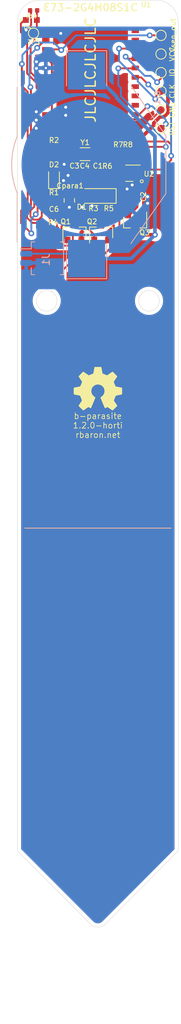
<source format=kicad_pcb>
(kicad_pcb (version 20211014) (generator pcbnew)
  (title_block (title "b-parasite") (date "2021-09-12") (rev "1.2.0") (company "rbaron.net"))
  (layers (0 "F.Cu" signal) (31 "B.Cu" signal) (34 "B.Paste" user) (35 "F.Paste" user) (36 "B.SilkS" user "B.Silkscreen") (37 "F.SilkS" user "F.Silkscreen") (38 "B.Mask" user) (39 "F.Mask" user) (44 "Edge.Cuts" user))
  (net 0 "")
  (net 1 "GND")
  (net 2 "/Csen+")
  (net 3 "/PWM")
  (net 4 "Net-(C6-Pad1)")
  (net 5 "Net-(Q2-Pad3)")
  (net 6 "Net-(Q1-Pad3)")
  (net 7 "Net-(BT1-Pad1)")
  (net 8 "/SENS_OUT")
  (net 9 "Net-(D2-Pad2)")
  (net 10 "+3V0")
  (net 11 "/LED")
  (net 12 "/FAST_DISCH_EN")
  (net 13 "Net-(TP1-Pad1)")
  (net 14 "Net-(TP2-Pad1)")
  (net 15 "Net-(TP5-Pad1)")
  (net 23 "/SCL")
  (net 24 "/SDA")
  (net 25 "Net-(C3-Pad1)")
  (net 26 "Net-(C4-Pad2)")
  (net 31 "/PHOTO_OUT")
  (net 32 "/PHOTO_V")
  (footprint "Capacitor_SMD:C_0402_1005Metric" (layer "F.Cu") (at 68 50.915 90)
    (fp_text reference "C1" (at 1.315 0 180) (layer "F.SilkS") (effects (font (size 0.7 0.7) (thickness 0.12))))
    (fp_text value "1n")
    (pad "1" smd roundrect locked (at -0.485 0 90) (size 0.59 0.64) (layers "F.Cu" "F.Paste" "F.Mask") (net 8 "/SENS_OUT"))
    (pad "2" smd roundrect locked (at 0.485 0 90) (size 0.59 0.64) (layers "F.Cu" "F.Paste" "F.Mask") (net 1 "GND"))
  )
  (footprint "Capacitor_SMD:C_0402_1005Metric" (layer "F.Cu") (at 61.915 56.4 180)
    (fp_text reference "C6" (at -0.085 0.9) (layer "F.SilkS") (effects (font (size 0.7 0.7) (thickness 0.12))))
    (fp_text value "100p")
    (pad "1" smd roundrect locked (at -0.485 0 180) (size 0.59 0.64) (layers "F.Cu" "F.Paste" "F.Mask") (net 4 "Net-(C6-Pad1)"))
    (pad "2" smd roundrect locked (at 0.485 0 180) (size 0.59 0.64) (layers "F.Cu" "F.Paste" "F.Mask") (net 3 "/PWM"))
  )
  (footprint "Resistor_SMD:R_0402_1005Metric" (layer "F.Cu") (at 69.3 50.915 90)
    (fp_text reference "R6" (at 1.285 0 180) (layer "F.SilkS") (effects (font (size 0.7 0.7) (thickness 0.12))))
    (fp_text value "1M")
    (pad "1" smd roundrect locked (at -0.485 0 90) (size 0.59 0.64) (layers "F.Cu" "F.Paste" "F.Mask") (net 8 "/SENS_OUT"))
    (pad "2" smd roundrect locked (at 0.485 0 90) (size 0.59 0.64) (layers "F.Cu" "F.Paste" "F.Mask") (net 1 "GND"))
  )
  (footprint "Resistor_SMD:R_0402_1005Metric" (layer "F.Cu") (at 69.385 56.3)
    (fp_text reference "R5" (at 0.115 -0.9) (layer "F.SilkS") (effects (font (size 0.7 0.7) (thickness 0.12))))
    (fp_text value "1k")
    (pad "1" smd roundrect locked (at -0.485 0) (size 0.59 0.64) (layers "F.Cu" "F.Paste" "F.Mask") (net 2 "/Csen+"))
    (pad "2" smd roundrect locked (at 0.485 0) (size 0.59 0.64) (layers "F.Cu" "F.Paste" "F.Mask") (net 5 "Net-(Q2-Pad3)"))
  )
  (footprint "Resistor_SMD:R_0402_1005Metric" (layer "F.Cu") (at 61.915 58.2 180)
    (fp_text reference "R4" (at 0.015 0.9) (layer "F.SilkS") (effects (font (size 0.7 0.7) (thickness 0.12))))
    (fp_text value "10k")
    (pad "1" smd roundrect locked (at -0.485 0 180) (size 0.59 0.64) (layers "F.Cu" "F.Paste" "F.Mask") (net 4 "Net-(C6-Pad1)"))
    (pad "2" smd roundrect locked (at 0.485 0 180) (size 0.59 0.64) (layers "F.Cu" "F.Paste" "F.Mask") (net 3 "/PWM"))
  )
  (footprint "Package_TO_SOT_SMD:SOT-23" (layer "F.Cu") (at 64.8 58.7 90)
    (fp_text reference "Q1" (at 1.5 -1.2 180) (layer "F.SilkS") (effects (font (size 0.7 0.7) (thickness 0.12))))
    (fp_text value "MMBT3904")
    (pad "1" smd rect locked (at -1 -0.95 90) (size 0.9 0.8) (layers "F.Cu" "F.Paste" "F.Mask") (net 4 "Net-(C6-Pad1)"))
    (pad "2" smd rect locked (at -1 0.95 90) (size 0.9 0.8) (layers "F.Cu" "F.Paste" "F.Mask") (net 1 "GND"))
    (pad "3" smd rect locked (at 1 0 90) (size 0.9 0.8) (layers "F.Cu" "F.Paste" "F.Mask") (net 6 "Net-(Q1-Pad3)"))
  )
  (footprint "Resistor_SMD:R_0402_1005Metric" (layer "F.Cu") (at 67.3 56.3)
    (fp_text reference "R3" (at 0.1 -0.9 180) (layer "F.SilkS") (effects (font (size 0.7 0.7) (thickness 0.12))))
    (fp_text value "1k")
    (pad "1" smd roundrect locked (at -0.485 0) (size 0.59 0.64) (layers "F.Cu" "F.Paste" "F.Mask") (net 12 "/FAST_DISCH_EN"))
    (pad "2" smd roundrect locked (at 0.485 0) (size 0.59 0.64) (layers "F.Cu" "F.Paste" "F.Mask") (net 6 "Net-(Q1-Pad3)"))
  )
  (footprint "Resistor_SMD:R_0402_1005Metric" (layer "F.Cu") (at 62 54.4)
    (fp_text reference "R1" (at 0 -1.17) (layer "F.SilkS") (effects (font (size 0.7 0.7) (thickness 0.12))))
    (fp_text value "10k")
    (pad "1" smd roundrect locked (at -0.485 0) (size 0.59 0.64) (layers "F.Cu" "F.Paste" "F.Mask") (net 3 "/PWM"))
    (pad "2" smd roundrect locked (at 0.485 0) (size 0.59 0.64) (layers "F.Cu" "F.Paste" "F.Mask") (net 2 "/Csen+"))
  )
  (footprint "TestPoint:TestPoint_Pad_D1.0mm" (layer "F.Cu") (at 76.64 36.88 90)
    (fp_text reference "TP1" hide)
    (fp_text value "IO" (at 0 1.55 90) (layer "F.SilkS") (effects (font (size 0.7 0.7) (thickness 0.12))))
    (pad "1" smd circle locked (at 0 0 90) (size 1 1) (layers "F.Cu" "F.Mask") (net 13 "Net-(TP1-Pad1)"))
  )
  (footprint "TestPoint:TestPoint_Pad_D1.0mm" (layer "F.Cu") (at 76.64 39.42 90)
    (fp_text reference "TP2" hide)
    (fp_text value "CLK" (at 0 1.55 90) (layer "F.SilkS") (effects (font (size 0.7 0.7) (thickness 0.12))))
    (pad "1" smd circle locked (at 0 0 90) (size 1 1) (layers "F.Cu" "F.Mask") (net 14 "Net-(TP2-Pad1)"))
  )
  (footprint "TestPoint:TestPoint_Pad_D1.0mm" (layer "F.Cu") (at 76.64 44.5 90)
    (fp_text reference "TP5" hide)
    (fp_text value "RST" (at 0 1.55 90) (layer "F.SilkS") (effects (font (size 0.7 0.7) (thickness 0.12))))
    (pad "1" smd circle locked (at 0 0 90) (size 1 1) (layers "F.Cu" "F.Mask") (net 15 "Net-(TP5-Pad1)"))
  )
  (footprint "TestPoint:TestPoint_Pad_D1.0mm" (layer "F.Cu") (at 76.64 41.96 90)
    (fp_text reference "TP6" hide)
    (fp_text value "GND" (at 0 1.55 90) (layer "F.SilkS") (effects (font (size 0.7 0.7) (thickness 0.12))))
    (pad "1" smd circle locked (at 0 0 90) (size 1 1) (layers "F.Cu" "F.Mask") (net 1 "GND"))
  )
  (footprint "TestPoint:TestPoint_Pad_D1.0mm" (layer "F.Cu") (at 76.64 34.34 90)
    (fp_text reference "TP7" hide)
    (fp_text value "VCC" (at 0 1.55 90) (layer "F.SilkS") (effects (font (size 0.7 0.7) (thickness 0.12))))
    (pad "1" smd circle locked (at 0 0 90) (size 1 1) (layers "F.Cu" "F.Mask") (net 10 "+3V0"))
  )
  (footprint "Resistor_SMD:R_0402_1005Metric" (layer "F.Cu") (at 62 47.485 -90)
    (fp_text reference "R2" (at -1.385 0 180) (layer "F.SilkS") (effects (font (size 0.7 0.7) (thickness 0.12))))
    (fp_text value "1k")
    (pad "1" smd roundrect locked (at -0.485 0 270) (size 0.59 0.64) (layers "F.Cu" "F.Paste" "F.Mask") (net 11 "/LED"))
    (pad "2" smd roundrect locked (at 0.485 0 270) (size 0.59 0.64) (layers "F.Cu" "F.Paste" "F.Mask") (net 9 "Net-(D2-Pad2)"))
  )
  (footprint "Capacitor_SMD:C_0402_1005Metric" (layer "F.Cu") (at 72.815 53.8 180)
    (fp_text reference "C2" (at -1.415 0 90) (layer "F.SilkS") (effects (font (size 0.7 0.7) (thickness 0.12))))
    (fp_text value "100n")
    (pad "1" smd roundrect locked (at -0.485 0 180) (size 0.59 0.64) (layers "F.Cu" "F.Paste" "F.Mask") (net 10 "+3V0"))
    (pad "2" smd roundrect locked (at 0.485 0 180) (size 0.59 0.64) (layers "F.Cu" "F.Paste" "F.Mask") (net 1 "GND"))
  )
  (footprint "Package_TO_SOT_SMD:SOT-23" (layer "F.Cu") (at 73.1 57.3 -90)
    (fp_text reference "Q3" (at 1.4 -1.3 180) (layer "F.SilkS") (effects (font (size 0.7 0.7) (thickness 0.12))))
    (fp_text value "AO3407")
    (pad "1" smd rect locked (at -1 -0.95 270) (size 0.9 0.8) (layers "F.Cu" "F.Paste" "F.Mask") (net 1 "GND"))
    (pad "2" smd rect locked (at -1 0.95 270) (size 0.9 0.8) (layers "F.Cu" "F.Paste" "F.Mask") (net 10 "+3V0"))
    (pad "3" smd rect locked (at 1 0 270) (size 0.9 0.8) (layers "F.Cu" "F.Paste" "F.Mask") (net 7 "Net-(BT1-Pad1)"))
  )
  (footprint "Crystal:Crystal_SMD_3215-2Pin_3.2x1.5mm" (layer "F.Cu") (at 66.25 48 180)
    (fp_text reference "Y1" (at 0 1.6) (layer "F.SilkS") (effects (font (size 0.7 0.7) (thickness 0.12))))
    (fp_text value "32.768kHz")
    (pad "1" smd rect locked (at 1.25 0 180) (size 1 1.8) (layers "F.Cu" "F.Paste" "F.Mask") (net 25 "Net-(C3-Pad1)"))
    (pad "2" smd rect locked (at -1.25 0 180) (size 1 1.8) (layers "F.Cu" "F.Paste" "F.Mask") (net 26 "Net-(C4-Pad2)"))
  )
  (footprint "LED_SMD:LED_0603_1608Metric" (layer "F.Cu") (at 62 51.2125 90)
    (fp_text reference "D2" (at 1.7875 0 180) (layer "F.SilkS") (effects (font (size 0.7 0.7) (thickness 0.12))))
    (fp_text value "LED")
    (pad "1" smd roundrect locked (at -0.7875 0 90) (size 0.875 0.95) (layers "F.Cu" "F.Paste" "F.Mask") (net 1 "GND"))
    (pad "2" smd roundrect locked (at 0.7875 0 90) (size 0.875 0.95) (layers "F.Cu" "F.Paste" "F.Mask") (net 9 "Net-(D2-Pad2)"))
  )
  (footprint "Capacitor_SMD:C_0402_1005Metric" (layer "F.Cu") (at 66.2 50.915 90)
    (fp_text reference "C4" (at 1.315 0) (layer "F.SilkS") (effects (font (size 0.7 0.7) (thickness 0.12))))
    (fp_text value "12p")
    (pad "1" smd roundrect locked (at -0.485 0 90) (size 0.59 0.64) (layers "F.Cu" "F.Paste" "F.Mask") (net 1 "GND"))
    (pad "2" smd roundrect locked (at 0.485 0 90) (size 0.59 0.64) (layers "F.Cu" "F.Paste" "F.Mask") (net 26 "Net-(C4-Pad2)"))
  )
  (footprint "Capacitor_SMD:C_0402_1005Metric" (layer "F.Cu") (at 64.8 50.915 -90)
    (fp_text reference "C3" (at -1.315 0) (layer "F.SilkS") (effects (font (size 0.7 0.7) (thickness 0.12))))
    (fp_text value "12p")
    (pad "1" smd roundrect locked (at -0.485 0 270) (size 0.59 0.64) (layers "F.Cu" "F.Paste" "F.Mask") (net 25 "Net-(C3-Pad1)"))
    (pad "2" smd roundrect locked (at 0.485 0 270) (size 0.59 0.64) (layers "F.Cu" "F.Paste" "F.Mask") (net 1 "GND"))
  )
  (footprint "Capacitor_SMD:C_0805_2012Metric" (layer "F.Cu") (at 64.1 54.3 90)
    (fp_text reference "Cpara1" (at 2 0.1 180) (layer "F.SilkS") (effects (font (size 0.7 0.7) (thickness 0.12))))
    (fp_text value "5p")
    (pad "1" smd roundrect locked (at -0.9375 0 90) (size 0.975 1.4) (layers "F.Cu" "F.Paste" "F.Mask") (net 1 "GND"))
    (pad "2" smd roundrect locked (at 0.9375 0 90) (size 0.975 1.4) (layers "F.Cu" "F.Paste" "F.Mask") (net 2 "/Csen+"))
  )
  (footprint "Resistor_SMD:R_0402_1005Metric" (layer "F.Cu") (at 70.7 48.085 90)
    (fp_text reference "R7" (at 1.385 0.1 180) (layer "F.SilkS") (effects (font (size 0.7 0.7) (thickness 0.12))))
    (fp_text value "10k")
    (pad "1" smd roundrect locked (at -0.485 0 90) (size 0.59 0.64) (layers "F.Cu" "F.Paste" "F.Mask") (net 24 "/SDA"))
    (pad "2" smd roundrect locked (at 0.485 0 90) (size 0.59 0.64) (layers "F.Cu" "F.Paste" "F.Mask") (net 10 "+3V0"))
  )
  (footprint "Resistor_SMD:R_0402_1005Metric" (layer "F.Cu") (at 72.1 48.085 -90)
    (fp_text reference "R8" (at -1.385 0 180) (layer "F.SilkS") (effects (font (size 0.7 0.7) (thickness 0.12))))
    (fp_text value "10k")
    (pad "1" smd roundrect locked (at -0.485 0 270) (size 0.59 0.64) (layers "F.Cu" "F.Paste" "F.Mask") (net 10 "+3V0"))
    (pad "2" smd roundrect locked (at 0.485 0 270) (size 0.59 0.64) (layers "F.Cu" "F.Paste" "F.Mask") (net 23 "/SCL"))
  )
  (footprint "Package_TO_SOT_SMD:SOT-23" (layer "F.Cu") (at 68.45 58.7 90)
    (fp_text reference "Q2" (at 1.5 -1.25 180) (layer "F.SilkS") (effects (font (size 0.7 0.7) (thickness 0.12))))
    (fp_text value "MMBT3904")
    (pad "1" smd rect locked (at -1 -0.95 90) (size 0.9 0.8) (layers "F.Cu" "F.Paste" "F.Mask") (net 6 "Net-(Q1-Pad3)"))
    (pad "2" smd rect locked (at -1 0.95 90) (size 0.9 0.8) (layers "F.Cu" "F.Paste" "F.Mask") (net 1 "GND"))
    (pad "3" smd rect locked (at 1 0 90) (size 0.9 0.8) (layers "F.Cu" "F.Paste" "F.Mask") (net 5 "Net-(Q2-Pad3)"))
  )
  (footprint "kicad:Sensirion_DFN-4-1EP_2x2mm_P1mm_EP0.7x1.6mm" (layer "F.Cu") (at 72.8 50.6 180)
    (fp_text reference "U2" (at -2.2 -0.1) (layer "F.SilkS") (effects (font (size 0.7 0.7) (thickness 0.12))))
    (fp_text value "SHTC3")
    (pad "1" smd roundrect locked (at -0.925 -0.5 180) (size 0.55 0.35) (layers "F.Cu" "F.Mask") (net 10 "+3V0"))
    (pad "2" smd roundrect locked (at -0.925 0.5 180) (size 0.55 0.35) (layers "F.Cu" "F.Mask") (net 23 "/SCL"))
    (pad "3" smd roundrect locked (at 0.925 0.5 180) (size 0.55 0.35) (layers "F.Cu" "F.Mask") (net 24 "/SDA"))
    (pad "4" smd roundrect locked (at 0.925 -0.5 180) (size 0.55 0.35) (layers "F.Cu" "F.Mask") (net 1 "GND"))
    (pad "5" smd roundrect locked (at 0 0 180) (size 0.7 1.6) (layers "F.Cu" "F.Mask"))
  )
  (footprint "Diode_SMD:D_MiniMELF" (layer "F.Cu") (at 67.95 53.7 180)
    (fp_text reference "D1" (at 2.15 -1.5 180) (layer "F.SilkS") (effects (font (size 0.7 0.7) (thickness 0.12))))
    (fp_text value "LL4148")
    (pad "1" smd rect locked (at -1.75 0 180) (size 1.3 1.7) (layers "F.Cu" "F.Paste" "F.Mask") (net 8 "/SENS_OUT"))
    (pad "2" smd rect locked (at 1.75 0 180) (size 1.3 1.7) (layers "F.Cu" "F.Paste" "F.Mask") (net 2 "/Csen+"))
  )
  (footprint "Symbol:OSHW-Symbol_6.7x6mm_SilkScreen" (layer "F.Cu") (at 68 80)
    (fp_text reference "REF**" hide)
    (fp_text value "OSHW-Symbol_6.7x6mm_SilkScreen" hide)
  )
  (footprint "TestPoint:TestPoint_Pad_D1.0mm" (layer "F.Cu") (at 76.64 31.8 90)
    (fp_text reference "TP4" hide)
    (fp_text value "Vsen_out" (at 0 1.66 90) (layer "F.SilkS") (effects (font (size 0.7 0.7) (thickness 0.12))))
    (pad "1" smd circle locked (at 0 0 90) (size 1 1) (layers "F.Cu" "F.Mask") (net 8 "/SENS_OUT"))
  )
  (footprint "nrfmicro:E73-2G4M08S1C-52840" (layer "F.Cu") (at 67 45.2 90)
    (fp_text reference "U1" (at 17.6 7.6) (layer "F.SilkS") (effects (font (size 0.7 0.7) (thickness 0.12))))
    (fp_text value "E73-2G4M08S1C-52840")
    (fp_text user "E73-2G4M08S1C" (at 17.2 0 180) (layer "F.SilkS"))
    (pad "1" smd rect locked (at 14.03 -6.119 90) (size 0.65 1) (layers "F.Cu" "F.Paste" "F.Mask"))
    (pad "2" smd rect locked (at 12.76 -6.119 90) (size 0.65 1) (layers "F.Cu" "F.Paste" "F.Mask") (net 12 "/FAST_DISCH_EN"))
    (pad "3" smd rect locked (at 11.49 -6.119 90) (size 0.65 1) (layers "F.Cu" "F.Paste" "F.Mask") (net 8 "/SENS_OUT"))
    (pad "4" smd rect locked (at 10.22 -6.119 90) (size 0.65 1) (layers "F.Cu" "F.Paste" "F.Mask") (net 11 "/LED"))
    (pad "5" thru_hole rect locked (at 8.95 -6.119 90) (size 0.65 1) (drill 0.3) (layers *.Cu *.Mask) (net 1 "GND"))
    (pad "6" smd rect locked (at 7.68 -6.119 90) (size 0.65 1) (layers "F.Cu" "F.Paste" "F.Mask"))
    (pad "7" smd rect locked (at 6.41 -6.119 90) (size 0.65 1) (layers "F.Cu" "F.Paste" "F.Mask") (net 31 "/PHOTO_OUT"))
    (pad "8" smd rect locked (at 5.14 -6.119 90) (size 0.65 1) (layers "F.Cu" "F.Paste" "F.Mask") (net 32 "/PHOTO_V"))
    (pad "9" smd rect locked (at 3.87 -6.119 90) (size 0.65 1) (layers "F.Cu" "F.Paste" "F.Mask"))
    (pad "10" smd rect locked (at 2.6 -6.119 90) (size 0.65 1) (layers "F.Cu" "F.Paste" "F.Mask"))
    (pad "11" smd rect locked (at 0.381 -4.47 180) (size 0.65 1) (layers "F.Cu" "F.Paste" "F.Mask") (net 25 "Net-(C3-Pad1)"))
    (pad "13" smd rect locked (at 0.381 -3.2 180) (size 0.65 1) (layers "F.Cu" "F.Paste" "F.Mask") (net 26 "Net-(C4-Pad2)"))
    (pad "15" smd rect locked (at 0.381 -1.93 180) (size 0.65 1) (layers "F.Cu" "F.Paste" "F.Mask") (net 3 "/PWM"))
    (pad "17" smd rect locked (at 0.381 -0.66 180) (size 0.65 1) (layers "F.Cu" "F.Paste" "F.Mask"))
    (pad "19" smd rect locked (at 0.381 0.61 180) (size 0.65 1) (layers "F.Cu" "F.Paste" "F.Mask") (net 10 "+3V0"))
    (pad "21" smd rect locked (at 0.381 1.88 180) (size 0.65 1) (layers "F.Cu" "F.Paste" "F.Mask") (net 1 "GND"))
    (pad "23" smd rect locked (at 0.381 3.15 180) (size 0.65 1) (layers "F.Cu" "F.Paste" "F.Mask") (net 10 "+3V0"))
    (pad "25" smd rect locked (at 0.381 4.42 180) (size 0.65 1) (layers "F.Cu" "F.Paste" "F.Mask"))
    (pad "26" smd rect locked (at 2.6 6.119 90) (size 0.65 1) (layers "F.Cu" "F.Paste" "F.Mask") (net 15 "Net-(TP5-Pad1)"))
    (pad "27" smd rect locked (at 3.87 6.119 90) (size 0.65 1) (layers "F.Cu" "F.Paste" "F.Mask"))
    (pad "29" smd rect locked (at 5.14 6.119 90) (size 0.65 1) (layers "F.Cu" "F.Paste" "F.Mask"))
    (pad "31" smd rect locked (at 6.41 6.119 90) (size 0.65 1) (layers "F.Cu" "F.Paste" "F.Mask"))
    (pad "33" smd rect locked (at 7.68 6.119 90) (size 0.65 1) (layers "F.Cu" "F.Paste" "F.Mask") (net 23 "/SCL"))
    (pad "35" smd rect locked (at 8.95 6.119 90) (size 0.65 1) (layers "F.Cu" "F.Paste" "F.Mask") (net 24 "/SDA"))
    (pad "37" smd rect locked (at 10.22 6.119 90) (size 0.65 1) (layers "F.Cu" "F.Paste" "F.Mask") (net 13 "Net-(TP1-Pad1)"))
    (pad "39" smd rect locked (at 11.49 6.119 90) (size 0.65 1) (layers "F.Cu" "F.Paste" "F.Mask") (net 14 "Net-(TP2-Pad1)"))
    (pad "41" smd rect locked (at 12.76 6.119 90) (size 0.65 1) (layers "F.Cu" "F.Paste" "F.Mask"))
    (pad "43" smd rect locked (at 14.03 6.119 90) (size 0.65 1) (layers "F.Cu" "F.Paste" "F.Mask"))
  )
  (footprint "TestPoint:TestPoint_Pad_D1.0mm" (layer "F.Cu") (at 59.2 31.5)
    (fp_text reference "TP3" (at 0.021 1.2268) (layer "F.SilkS") (effects (font (size 0.6 0.6) (thickness 0.1))))
    (fp_text value "PHOTO_OUT")
    (pad "1" smd circle locked (at 0 0) (size 1 1) (layers "F.Cu" "F.Mask") (net 31 "/PHOTO_OUT"))
  )
  (footprint "Resistor_SMD:R_0402_1005Metric" (layer "F.Cu") (at 59.215 28.4)
    (fp_text reference "R10" (at -0.285 0.8) (layer "F.SilkS") (effects (font (size 0.5 0.5) (thickness 0.1))))
    (fp_text value "470")
    (pad "1" smd roundrect locked (at -0.485 0) (size 0.59 0.64) (layers "F.Cu" "F.Paste" "F.Mask") (net 1 "GND"))
    (pad "2" smd roundrect locked (at 0.485 0) (size 0.59 0.64) (layers "F.Cu" "F.Paste" "F.Mask") (net 31 "/PHOTO_OUT"))
  )
  (footprint "snapeda:TR8" (layer "F.Cu") (at 58.9 29.7)
    (fp_text reference "Q4" (at -0.5172 1.071) (layer "F.SilkS") (effects (font (size 0.5 0.5) (thickness 0.1))))
    (fp_text value "Q_Photo_NPN")
    (pad "1" smd rect (at -0.75 0) (size 0.8 0.8) (layers "F.Cu" "F.Paste" "F.Mask") (net 32 "/PHOTO_V"))
    (pad "2" smd rect (at 0.75 0) (size 0.8 0.8) (layers "F.Cu" "F.Paste" "F.Mask") (net 31 "/PHOTO_OUT"))
  )
  (footprint "kicad:BatteryHolder_Keystone_3002_1x2032" (layer "B.Cu") (at 66.46 49.44 -90)
    (fp_text reference "BT1" (at -9.15 -9.7 90) (layer "B.SilkS") (effects (font (size 0.7 0.7) (thickness 0.12)) (justify mirror)))
    (fp_text value "Battery_Cell")
    (pad "1" smd rect locked (at -12.8 0 270) (size 5.1 5.1) (layers "B.Cu" "B.Paste" "B.Mask") (net 7 "Net-(BT1-Pad1)"))
    (pad "1" smd rect locked (at 12.8 0 270) (size 5.1 5.1) (layers "B.Cu" "B.Paste" "B.Mask") (net 7 "Net-(BT1-Pad1)"))
    (pad "2" smd circle locked (at 0 0 270) (size 17.8 17.8) (layers "B.Cu" "B.Mask") (net 1 "GND"))
  )
  (footprint "Connector_Molex:Molex_PicoBlade_53261-0271_1x02-1MP_P1.25mm_Horizontal" (layer "B.Cu") (at 60.6 62.2 -90)
    (fp_text reference "J1" (at 0.2 -0.3 90) (layer "B.SilkS") (effects (justify mirror)))
    (fp_text value "Conn_01x02_Male")
    (pad "1" smd roundrect (at -0.625 2.4 270) (size 0.8 1.6) (layers "B.Cu" "B.Paste" "B.Mask") (net 7 "Net-(BT1-Pad1)"))
    (pad "2" smd roundrect (at 0.625 2.4 270) (size 0.8 1.6) (layers "B.Cu" "B.Paste" "B.Mask") (net 1 "GND"))
    (pad "MP" smd roundrect (at -3.175 -0.5 270) (size 2.1 3) (layers "B.Cu" "B.Paste" "B.Mask") (roundrect_rratio 0.119048) (net 1 "GND"))
    (pad "MP" smd roundrect (at 3.175 -0.5 270) (size 2.1 3) (layers "B.Cu" "B.Paste" "B.Mask") (roundrect_rratio 0.119048) (net 1 "GND"))
  )
  (gr_line (start 58 99) (end 78 99) (layer "B.SilkS") (width 0.12))
  (gr_line (start 58 99) (end 78 99) (layer "F.SilkS") (width 0.12))
  (gr_circle (center 74 51.7) (end 74.2 51.7) (layer "F.SilkS") (width 0.12) (fill none))
  (gr_line (start 60 27) (end 76 27) (layer "Edge.Cuts") (width 0.05))
  (gr_arc (start 68.999999 152.999999) (mid 68 153.414212) (end 67.000001 152.999999) (layer "Edge.Cuts") (width 0.05))
  (gr_line (start 67.000001 152.999999) (end 57 143) (layer "Edge.Cuts") (width 0.05))
  (gr_line (start 68.999999 152.999999) (end 79 143) (layer "Edge.Cuts") (width 0.05))
  (gr_line (start 57 30) (end 57 143) (layer "Edge.Cuts") (width 0.05))
  (gr_line (start 79 143) (end 79 30) (layer "Edge.Cuts") (width 0.05))
  (gr_circle (center 75 68) (end 76 69) (layer "Edge.Cuts") (width 0.05) (fill none))
  (gr_arc (start 57 30) (mid 57.87868 27.87868) (end 60 27) (layer "Edge.Cuts") (width 0.05))
  (gr_circle (center 61 68) (end 62 67) (layer "Edge.Cuts") (width 0.05) (fill none))
  (gr_arc (start 76 27) (mid 78.12132 27.87868) (end 79 30) (layer "Edge.Cuts") (width 0.05))
  (gr_text "b-parasite\n1.2.0-horti\nrbaron.net" (at 68 85) (layer "F.SilkS") (effects (font (size 0.8 0.8) (thickness 0.1))))
  (gr_text "JLCJLCJLCJLC" (at 67 36.5 90) (layer "F.SilkS") (effects (font (size 1.4 1.4) (thickness 0.2))))
  (segment (start 65.8625 55.2375) (end 66.999485 55.2375) (width 0.25) (layer "F.Cu") (net 1))
  (segment (start 62.9 52) (end 63.3 51.6) (width 0.25) (layer "F.Cu") (net 1))
  (segment (start 64.4245 51.4) (end 63.924549 50.900049) (width 0.25) (layer "F.Cu") (net 1))
  (segment (start 62.925065 31.446536) (end 62.925065 31.530239) (width 0.25) (layer "F.Cu") (net 1))
  (segment (start 66.525 60.475) (end 65.75 59.7) (width 0.25) (layer "F.Cu") (net 1))
  (segment (start 66.999485 55.2375) (end 67.198744 55.038241) (width 0.25) (layer "F.Cu") (net 1))
  (segment (start 66.2 51.4) (end 66.534168 51.065832) (width 0.25) (layer "F.Cu") (net 1))
  (segment (start 67.58 50.43) (end 68 50.43) (width 0.25) (layer "F.Cu") (net 1))
  (segment (start 69.4 59.7) (end 68.625 60.475) (width 0.25) (layer "F.Cu") (net 1))
  (segment (start 76.64 41.96) (end 75.35 43.25) (width 0.25) (layer "F.Cu") (net 1))
  (segment (start 64.8 51.4) (end 64.4245 51.4) (width 0.25) (layer "F.Cu") (net 1))
  (segment (start 64.1 55.2375) (end 65.8625 55.2375) (width 0.25) (layer "F.Cu") (net 1))
  (segment (start 58.73 28.4) (end 58.875 28.545) (width 0.25) (layer "F.Cu") (net 1))
  (segment (start 66.534168 51.065832) (end 66.944168 51.065832) (width 0.25) (layer "F.Cu") (net 1))
  (segment (start 58.875 28.545) (end 58.875 30.381283) (width 0.25) (layer "F.Cu") (net 1))
  (segment (start 75.35 43.25) (end 64.15 43.25) (width 0.25) (layer "F.Cu") (net 1))
  (segment (start 64.15 43.25) (end 63.6 42.7) (width 0.25) (layer "F.Cu") (net 1))
  (segment (start 62 52) (end 62.9 52) (width 0.25) (layer "F.Cu") (net 1))
  (segment (start 68.625 60.475) (end 66.525 60.475) (width 0.25) (layer "F.Cu") (net 1))
  (segment (start 66.944168 51.065832) (end 67.58 50.43) (width 0.25) (layer "F.Cu") (net 1))
  (segment (start 58.875 30.381283) (end 58.189398 31.066885) (width 0.25) (layer "F.Cu") (net 1))
  (segment (start 66.2 51.4) (end 64.8 51.4) (width 0.25) (layer "F.Cu") (net 1))
  (via (at 74.8 54.7) (size 0.8) (drill 0.4) (layers "F.Cu" "B.Cu") (net 1))
  (via (at 58.189398 31.066885) (size 0.8) (drill 0.4) (layers "F.Cu" "B.Cu") (net 1))
  (via (at 67.198744 55.038241) (size 0.8) (drill 0.4) (layers "F.Cu" "B.Cu") (net 1))
  (via (at 62.925065 31.530239) (size 0.8) (drill 0.4) (layers "F.Cu" "B.Cu") (net 1))
  (via (at 63.3 51.6) (size 0.8) (drill 0.4) (layers "F.Cu" "B.Cu") (net 1))
  (via (at 59.574001 43.349756) (size 0.8) (drill 0.4) (layers "F.Cu" "B.Cu") (net 1))
  (via (at 65.8625 55.2375) (size 0.8) (drill 0.4) (layers "F.Cu" "B.Cu") (net 1))
  (via (at 71.9995 52.744887) (size 0.8) (drill 0.4) (layers "F.Cu" "B.Cu") (net 1))
  (via (at 63.6 41.6) (size 0.8) (drill 0.4) (layers "F.Cu" "B.Cu") (net 1))
  (via (at 64.1 55.2375) (size 0.8) (drill 0.4) (layers "F.Cu" "B.Cu") (net 1))
  (via (at 72.7 52.2) (size 0.8) (drill 0.4) (layers "F.Cu" "B.Cu") (net 1))
  (via (at 59.6 35.4) (size 0.8) (drill 0.4) (layers "F.Cu" "B.Cu") (net 1))
  (via (at 63.924549 50.900049) (size 0.8) (drill 0.4) (layers "F.Cu" "B.Cu") (net 1))
  (via (at 59.574001 42.213035) (size 0.8) (drill 0.4) (layers "F.Cu" "B.Cu") (net 1))
  (via (at 59.6 36.3) (size 0.8) (drill 0.4) (layers "F.Cu" "B.Cu") (net 1))
  (via (at 63.393342 49.38206) (size 0.8) (drill 0.4) (layers "F.Cu" "B.Cu") (net 1))
  (via (at 59.574001 44.465863) (size 0.8) (drill 0.4) (layers "F.Cu" "B.Cu") (net 1))
  (via (at 63.6 42.7) (size 0.8) (drill 0.4) (layers "F.Cu" "B.Cu") (net 1))
  (via (at 74.8 53.8) (size 0.8) (drill 0.4) (layers "F.Cu" "B.Cu") (net 1))
  (segment (start 68.535002 62) (end 70.94999 59.585012) (width 0.25) (layer "F.Cu") (net 2))
  (segment (start 66.2 53.7) (end 67.1 53.7) (width 0.25) (layer "F.Cu") (net 2))
  (segment (start 69.581784 55.6) (end 68.9 56.281784) (width 0.25) (layer "F.Cu") (net 2))
  (segment (start 63.074999 63.951999) (end 65.026998 62) (width 0.25) (layer "F.Cu") (net 2))
  (segment (start 67.1 53.7) (end 68.9 55.5) (width 0.25) (layer "F.Cu") (net 2))
  (segment (start 70.94999 56.04999) (end 70.5 55.6) (width 0.25) (layer "F.Cu") (net 2))
  (segment (start 64.1 53.3625) (end 65.8625 53.3625) (width 0.25) (layer "F.Cu") (net 2))
  (segment (start 70.94999 59.585012) (end 70.94999 56.04999) (width 0.25) (layer "F.Cu") (net 2))
  (segment (start 62.485 54.4) (end 62.485 54.05069) (width 0.25) (layer "F.Cu") (net 2))
  (segment (start 63.17319 53.3625) (end 64.1 53.3625) (width 0.25) (layer "F.Cu") (net 2))
  (segment (start 68 102) (end 68 142) (width 10) (layer "F.Cu") (net 2))
  (segment (start 65.026998 62) (end 68.535002 62) (width 0.25) (layer "F.Cu") (net 2))
  (segment (start 70.5 55.6) (end 69.581784 55.6) (width 0.25) (layer "F.Cu") (net 2))
  (segment (start 68.9 55.5) (end 68.9 55.88) (width 0.25) (layer "F.Cu") (net 2))
  (segment (start 63.074999 97.074999) (end 63.074999 63.951999) (width 0.25) (layer "F.Cu") (net 2))
  (segment (start 68 102) (end 63.074999 97.074999) (width 0.25) (layer "F.Cu") (net 2))
  (segment (start 62.485 54.05069) (end 63.17319 53.3625) (width 0.25) (layer "F.Cu") (net 2))
  (segment (start 68.9 55.88) (end 68.9 56.3) (width 0.25) (layer "F.Cu") (net 2))
  (segment (start 59.199902 56.9245) (end 59.900098 56.9245) (width 0.25) (layer "F.Cu") (net 3))
  (segment (start 61.515 54.4) (end 61.515 56.315) (width 0.25) (layer "F.Cu") (net 3))
  (segment (start 62.8 49.981021) (end 62.8 51) (width 0.25) (layer "F.Cu") (net 3))
  (segment (start 62.645 49.826021) (end 62.8 49.981021) (width 0.25) (layer "F.Cu") (net 3))
  (segment (start 61.88 43.994) (end 61.88 45.644) (width 0.25) (layer "F.Cu") (net 3))
  (segment (start 64.45 43.994) (end 61.88 43.994) (width 0.25) (layer "F.Cu") (net 3))
  (segment (start 59.299002 52.900998) (end 59.299002 55.172378) (width 0.25) (layer "F.Cu") (net 3))
  (segment (start 60.3245 55.5905) (end 61.515 54.4) (width 0.25) (layer "F.Cu") (net 3))
  (segment (start 62.6125 51.1875) (end 61.0125 51.1875) (width 0.25) (layer "F.Cu") (net 3))
  (segment (start 65.07 44.644) (end 64.419999 43.993999) (width 0.25) (layer "F.Cu") (net 3))
  (segment (start 61.43 56.4) (end 61.43 58.2) (width 0.25) (layer "F.Cu") (net 3))
  (segment (start 59.299002 55.172378) (end 58.7755 55.69588) (width 0.25) (layer "F.Cu") (net 3))
  (segment (start 62.645 46.409) (end 62.645 49.826021) (width 0.25) (layer "F.Cu") (net 3))
  (segment (start 58.7755 55.69588) (end 58.7755 56.500098) (width 0.25) (layer "F.Cu") (net 3))
  (segment (start 61.0125 51.1875) (end 59.299002 52.900998) (width 0.25) (layer "F.Cu") (net 3))
  (segment (start 59.900098 56.9245) (end 60.3245 56.500098) (width 0.25) (layer "F.Cu") (net 3))
  (segment (start 62.8 51) (end 62.6125 51.1875) (width 0.25) (layer "F.Cu") (net 3))
  (segment (start 58.7755 56.500098) (end 59.199902 56.9245) (width 0.25) (layer "F.Cu") (net 3))
  (segment (start 60.3245 56.500098) (end 60.3245 55.5905) (width 0.25) (layer "F.Cu") (net 3))
  (segment (start 61.88 45.644) (end 62.645 46.409) (width 0.25) (layer "F.Cu") (net 3))
  (segment (start 63.85 59.65) (end 62.4 58.2) (width 0.25) (layer "F.Cu") (net 4))
  (segment (start 62.4 58.2) (end 62.4 56.4) (width 0.25) (layer "F.Cu") (net 4))
  (segment (start 69.87 56.93) (end 69.87 56.72) (width 0.25) (layer "F.Cu") (net 5))
  (segment (start 68.45 57.7) (end 69.1 57.7) (width 0.25) (layer "F.Cu") (net 5))
  (segment (start 69.1 57.7) (end 69.87 56.93) (width 0.25) (layer "F.Cu") (net 5))
  (segment (start 69.87 56.72) (end 69.87 56.3) (width 0.25) (layer "F.Cu") (net 5))
  (segment (start 67.5 59.7) (end 67.5 59) (width 0.25) (layer "F.Cu") (net 6))
  (segment (start 67.5 59) (end 66.403232 57.903232) (width 0.25) (layer "F.Cu") (net 6))
  (segment (start 67.450832 56.6524) (end 67.450832 56.634168) (width 0.25) (layer "F.Cu") (net 6))
  (segment (start 66.403232 57.7) (end 67.450832 56.6524) (width 0.25) (layer "F.Cu") (net 6))
  (segment (start 67.450832 56.634168) (end 67.785 56.3) (width 0.25) (layer "F.Cu") (net 6))
  (segment (start 64.8 57.7) (end 66.403232 57.7) (width 0.25) (layer "F.Cu") (net 6))
  (segment (start 66.403232 57.903232) (end 66.403232 57.7) (width 0.25) (layer "F.Cu") (net 6))
  (segment (start 75.81 58.99) (end 73.79 58.99) (width 0.5) (layer "F.Cu") (net 7))
  (segment (start 73.79 58.99) (end 73.1 58.3) (width 0.5) (layer "F.Cu") (net 7))
  (via (at 75.81 58.99) (size 0.8) (drill 0.4) (layers "F.Cu" "B.Cu") (net 7))
  (segment (start 64.595 60.375) (end 66.46 62.24) (width 0.25) (layer "B.Cu") (net 7))
  (segment (start 75.81 45.567102) (end 70.575998 40.333099) (width 0.5) (layer "B.Cu") (net 7))
  (segment (start 70.575998 40.175998) (end 67.04 36.64) (width 0.5) (layer "B.Cu") (net 7))
  (segment (start 75.81 58.99) (end 75.81 45.567102) (width 0.5) (layer "B.Cu") (net 7))
  (segment (start 66.46 62.24) (end 72.56 62.24) (width 0.5) (layer "B.Cu") (net 7))
  (segment (start 72.56 62.24) (end 75.81 58.99) (width 0.5) (layer "B.Cu") (net 7))
  (segment (start 70.575998 40.333099) (end 70.575998 40.175998) (width 0.5) (layer "B.Cu") (net 7))
  (segment (start 58.2 61.575) (end 65.795 61.575) (width 0.25) (layer "B.Cu") (net 7))
  (segment (start 65.795 61.575) (end 66.46 62.24) (width 0.25) (layer "B.Cu") (net 7))
  (segment (start 63 52.9) (end 62.145 53.755) (width 0.25) (layer "F.Cu") (net 8))
  (segment (start 57.6 38.7) (end 58.4 39.5) (width 0.25) (layer "F.Cu") (net 8))
  (segment (start 62.91 33.71) (end 63 33.8) (width 0.25) (layer "F.Cu") (net 8))
  (segment (start 60.881 33.71) (end 62.91 33.71) (width 0.25) (layer "F.Cu") (net 8))
  (segment (start 75.1 31.8) (end 76.64 31.8) (width 0.25) (layer "F.Cu") (net 8))
  (segment (start 69.7 53.7) (end 69.7 51.8) (width 0.25) (layer "F.Cu") (net 8))
  (segment (start 59.748503 55.951497) (end 59.5 56.2) (width 0.25) (layer "F.Cu") (net 8))
  (segment (start 61.171784 53.755) (end 59.748503 55.178281) (width 0.25) (layer "F.Cu") (net 8))
  (segment (start 58.4 39.5) (end 58.4 54.8) (width 0.25) (layer "F.Cu") (net 8))
  (segment (start 62.145 53.755) (end 61.171784 53.755) (width 0.25) (layer "F.Cu") (net 8))
  (segment (start 57.5 57.4) (end 58.9 58.8) (width 0.25) (layer "F.Cu") (net 8))
  (segment (start 63.058166 52.9) (end 63 52.9) (width 0.25) (layer "F.Cu") (net 8))
  (segment (start 57.5 55.7) (end 57.5 57.4) (width 0.25) (layer "F.Cu") (net 8))
  (segment (start 67.38 52.02) (end 63.938166 52.02) (width 0.25) (layer "F.Cu") (net 8))
  (segment (start 59.748503 55.178281) (end 59.748503 55.951497) (width 0.25) (layer "F.Cu") (net 8))
  (segment (start 68 51.4) (end 69.3 51.4) (width 0.25) (layer "F.Cu") (net 8))
  (segment (start 68 51.4) (end 67.38 52.02) (width 0.25) (layer "F.Cu") (net 8))
  (segment (start 57.6 35.7) (end 57.6 38.7) (width 0.25) (layer "F.Cu") (net 8))
  (segment (start 63.938166 52.02) (end 63.058166 52.9) (width 0.25) (layer "F.Cu") (net 8))
  (segment (start 58.4 54.8) (end 57.5 55.7) (width 0.25) (layer "F.Cu") (net 8))
  (segment (start 69.7 51.8) (end 69.3 51.4) (width 0.25) (layer "F.Cu") (net 8))
  (via (at 58.9 58.8) (size 0.8) (drill 0.4) (layers "F.Cu" "B.Cu") (net 8))
  (via (at 59.5 56.2) (size 0.8) (drill 0.4) (layers "F.Cu" "B.Cu") (net 8))
  (via (at 75.1 31.8) (size 0.8) (drill 0.4) (layers "F.Cu" "B.Cu") (net 8))
  (via (at 63 33.8) (size 0.8) (drill 0.4) (layers "F.Cu" "B.Cu") (net 8))
  (via (at 57.6 35.7) (size 0.8) (drill 0.4) (layers "F.Cu" "B.Cu") (net 8))
  (segment (start 65 31.8) (end 75.1 31.8) (width 0.25) (layer "B.Cu") (net 8))
  (segment (start 59.351998 32.774999) (end 57.674999 34.451998) (width 0.25) (layer "B.Cu") (net 8))
  (segment (start 59.5 56.2) (end 58.9 56.8) (width 0.25) (layer "B.Cu") (net 8))
  (segment (start 63 33.8) (end 61.974999 32.774999) (width 0.25) (layer "B.Cu") (net 8))
  (segment (start 61.974999 32.774999) (end 59.351998 32.774999) (width 0.25) (layer "B.Cu") (net 8))
  (segment (start 63 33.8) (end 65 31.8) (width 0.25) (layer "B.Cu") (net 8))
  (segment (start 58.9 56.8) (end 58.9 58.8) (width 0.25) (layer "B.Cu") (net 8))
  (segment (start 57.674999 34.451998) (end 57.674999 35.625001) (width 0.25) (layer "B.Cu") (net 8))
  (segment (start 57.674999 35.625001) (end 57.6 35.7) (width 0.25) (layer "B.Cu") (net 8))
  (segment (start 62 47.97) (end 62 50.425) (width 0.25) (layer "F.Cu") (net 9))
  (segment (start 70.8 49.834993) (end 70.8 54.792922) (width 0.5) (layer "F.Cu") (net 10))
  (segment (start 68.194999 43.868999) (end 67.61 44.453998) (width 0.5) (layer "F.Cu") (net 10))
  (segment (start 75.637865 43.774603) (end 76.502468 42.91) (width 0.5) (layer "F.Cu") (net 10))
  (segment (start 70.8 54.792922) (end 72.15 56.142922) (width 0.5) (layer "F.Cu") (net 10))
  (segment (start 77.59 42.353503) (end 77.59 35.29) (width 0.5) (layer "F.Cu") (net 10))
  (segment (start 70.7 47.6) (end 70.505007 47.6) (width 0.5) (layer "F.Cu") (net 10))
  (segment (start 73.725 51.1) (end 73.725 53.375) (width 0.5) (layer "F.Cu") (net 10))
  (segment (start 67.61 44.453998) (end 67.61 44.819) (width 0.5) (layer "F.Cu") (net 10))
  (segment (start 70.15 44.819) (end 70.15 44.453998) (width 0.5) (layer "F.Cu") (net 10))
  (segment (start 72.15 56.3) (end 73.3 55.15) (width 0.5) (layer "F.Cu") (net 10))
  (segment (start 69.93 48.175007) (end 69.93 48.964993) (width 0.5) (layer "F.Cu") (net 10))
  (segment (start 77.59 35.29) (end 76.64 34.34) (width 0.5) (layer "F.Cu") (net 10))
  (segment (start 70.15 44.453998) (end 69.565001 43.868999) (width 0.5) (layer "F.Cu") (net 10))
  (segment (start 73.725 53.375) (end 73.3 53.8) (width 0.5) (layer "F.Cu") (net 10))
  (segment (start 70.505007 47.6) (end 69.93 48.175007) (width 0.5) (layer "F.Cu") (net 10))
  (segment (start 69.565001 43.868999) (end 68.194999 43.868999) (width 0.5) (layer "F.Cu") (net 10))
  (segment (start 76.502468 42.91) (end 77.033503 42.91) (width 0.5) (layer "F.Cu") (net 10))
  (segment (start 75.637865 44.062135) (end 75.637865 43.774603) (width 0.5) (layer "F.Cu") (net 10))
  (segment (start 72.1 47.6) (end 75.637865 44.062135) (width 0.5) (layer "F.Cu") (net 10))
  (segment (start 73.3 55.15) (end 73.3 53.8) (width 0.5) (layer "F.Cu") (net 10))
  (segment (start 69.93 48.964993) (end 70.8 49.834993) (width 0.5) (layer "F.Cu") (net 10))
  (segment (start 70.7 47.6) (end 72.1 47.6) (width 0.5) (layer "F.Cu") (net 10))
  (segment (start 70.15 44.819) (end 70.15 47.05) (width 0.5) (layer "F.Cu") (net 10))
  (segment (start 77.033503 42.91) (end 77.59 42.353503) (width 0.5) (layer "F.Cu") (net 10))
  (segment (start 70.15 47.05) (end 70.7 47.6) (width 0.5) (layer "F.Cu") (net 10))
  (segment (start 61.706 43.25) (end 61.706 35.63) (width 0.25) (layer "F.Cu") (net 11))
  (segment (start 61.3 46.3) (end 61.3 43.656) (width 0.25) (layer "F.Cu") (net 11))
  (segment (start 62 47) (end 61.3 46.3) (width 0.25) (layer "F.Cu") (net 11))
  (segment (start 61.3 43.656) (end 61.706 43.25) (width 0.25) (layer "F.Cu") (net 11))
  (segment (start 61.706 35.63) (end 61.056 34.98) (width 0.25) (layer "F.Cu") (net 11))
  (segment (start 64.510001 60.475001) (end 62.716769 60.475001) (width 0.25) (layer "F.Cu") (net 12))
  (segment (start 64.510001 58.924999) (end 64.575001 58.989999) (width 0.25) (layer "F.Cu") (net 12))
  (segment (start 59.013713 57.374001) (end 58.325999 56.686287) (width 0.25) (layer "F.Cu") (net 12))
  (segment (start 58.849501 54.986189) (end 58.849501 38.924903) (width 0.25) (layer "F.Cu") (net 12))
  (segment (start 63.761409 58.924999) (end 64.510001 58.924999) (width 0.25) (layer "F.Cu") (net 12))
  (segment (start 64.575001 60.410001) (end 64.510001 60.475001) (width 0.25) (layer "F.Cu") (net 12))
  (segment (start 66.815 56.3) (end 64.551788 56.3) (width 0.25) (layer "F.Cu") (net 12))
  (segment (start 63.02001 57.831778) (end 63.02001 58.1836) (width 0.25) (layer "F.Cu") (net 12))
  (segment (start 58.325999 56.686287) (end 58.325999 55.509691) (width 0.25) (layer "F.Cu") (net 12))
  (segment (start 62.716769 60.475001) (end 59.615769 57.374001) (width 0.25) (layer "F.Cu") (net 12))
  (segment (start 58.849501 38.924903) (end 58.77849 38.853892) (width 0.25) (layer "F.Cu") (net 12))
  (segment (start 59.615769 57.374001) (end 59.013713 57.374001) (width 0.25) (layer "F.Cu") (net 12))
  (segment (start 64.575001 58.989999) (end 64.575001 60.410001) (width 0.25) (layer "F.Cu") (net 12))
  (segment (start 64.551788 56.3) (end 63.02001 57.831778) (width 0.25) (layer "F.Cu") (net 12))
  (segment (start 63.02001 58.1836) (end 63.761409 58.924999) (width 0.25) (layer "F.Cu") (net 12))
  (segment (start 58.325999 55.509691) (end 58.849501 54.986189) (width 0.25) (layer "F.Cu") (net 12))
  (segment (start 60.759999 32.44) (end 59.699999 33.5) (width 0.25) (layer "F.Cu") (net 12))
  (via (at 58.77849 38.853892) (size 0.8) (drill 0.4) (layers "F.Cu" "B.Cu") (net 12))
  (via (at 59.699999 33.5) (size 0.8) (drill 0.4) (layers "F.Cu" "B.Cu") (net 12))
  (segment (start 58.649999 38.725401) (end 58.77849 38.853892) (width 0.25) (layer "B.Cu") (net 12))
  (segment (start 59.699999 33.5) (end 58.649999 34.549999) (width 0.25) (layer "B.Cu") (net 12))
  (segment (start 58.649999 34.549999) (end 58.649999 38.725401) (width 0.25) (layer "B.Cu") (net 12))
  (segment (start 73.119 34.98) (end 72.08 34.98) (width 0.25) (layer "F.Cu") (net 13))
  (segment (start 72.08 34.98) (end 71.8 34.7) (width 0.25) (layer "F.Cu") (net 13))
  (segment (start 76.64 37.66) (end 76.106755 38.193245) (width 0.25) (layer "F.Cu") (net 13))
  (segment (start 76.64 36.88) (end 76.64 37.66) (width 0.25) (layer "F.Cu") (net 13))
  (via (at 71.8 34.7) (size 0.8) (drill 0.4) (layers "F.Cu" "B.Cu") (net 13))
  (via (at 76.106755 38.193245) (size 0.8) (drill 0.4) (layers "F.Cu" "B.Cu") (net 13))
  (segment (start 75.230927 37.317417) (end 76.106755 38.193245) (width 0.25) (layer "B.Cu") (net 13))
  (segment (start 71.8 34.7) (end 74.417417 37.317417) (width 0.25) (layer "B.Cu") (net 13))
  (segment (start 74.417417 37.317417) (end 75.230927 37.317417) (width 0.25) (layer "B.Cu") (net 13))
  (segment (start 76.64 39.42) (end 75.860562 40.199438) (width 0.25) (layer "F.Cu") (net 14))
  (segment (start 70.9 33.6) (end 73.009 33.6) (width 0.25) (layer "F.Cu") (net 14))
  (segment (start 75.860562 40.199438) (end 75.860562 40.48516) (width 0.25) (layer "F.Cu") (net 14))
  (via (at 70.9 33.6) (size 0.8) (drill 0.4) (layers "F.Cu" "B.Cu") (net 14))
  (via (at 75.860562 40.48516) (size 0.8) (drill 0.4) (layers "F.Cu" "B.Cu") (net 14))
  (segment (start 73.453041 38.077639) (end 75.860562 40.48516) (width 0.25) (layer "B.Cu") (net 14))
  (segment (start 70.9 35.3) (end 73.453041 37.853041) (width 0.25) (layer "B.Cu") (net 14))
  (segment (start 70.9 33.6) (end 70.9 35.3) (width 0.25) (layer "B.Cu") (net 14))
  (segment (start 73.453041 37.853041) (end 73.453041 38.077639) (width 0.25) (layer "B.Cu") (net 14))
  (segment (start 76.64 44.5) (end 77.271426 43.868574) (width 0.25) (layer "F.Cu") (net 15))
  (segment (start 73.652131 42.6) (end 74.788012 41.464119) (width 0.25) (layer "F.Cu") (net 15))
  (segment (start 73.119 42.6) (end 73.652131 42.6) (width 0.25) (layer "F.Cu") (net 15))
  (segment (start 77.271426 43.868574) (end 77.3 43.868574) (width 0.25) (layer "F.Cu") (net 15))
  (via (at 77.3 43.868574) (size 0.8) (drill 0.4) (layers "F.Cu" "B.Cu") (net 15))
  (via (at 74.788012 41.464119) (size 0.8) (drill 0.4) (layers "F.Cu" "B.Cu") (net 15))
  (segment (start 74.788012 41.464119) (end 75.452474 41.464119) (width 0.25) (layer "B.Cu") (net 15))
  (segment (start 77.3 43.311645) (end 77.3 43.868574) (width 0.25) (layer "B.Cu") (net 15))
  (segment (start 75.452474 41.464119) (end 77.3 43.311645) (width 0.25) (layer "B.Cu") (net 15))
  (segment (start 74.6245 46.2755) (end 72.33 48.57) (width 0.25) (layer "F.Cu") (net 23))
  (segment (start 78.0245 46.699902) (end 77.600098 46.2755) (width 0.25) (layer "F.Cu") (net 23))
  (segment (start 76.724598 50.1) (end 78.0245 48.800098) (width 0.25) (layer "F.Cu") (net 23))
  (segment (start 77.600098 46.2755) (end 74.6245 46.2755) (width 0.25) (layer "F.Cu") (net 23))
  (segment (start 78.0245 48.800098) (end 78.0245 46.699902) (width 0.25) (layer "F.Cu") (net 23))
  (segment (start 73.725 50.1) (end 76.724598 50.1) (width 0.25) (layer "F.Cu") (net 23))
  (segment (start 72.33 48.57) (end 72.1 48.57) (width 0.25) (layer "F.Cu") (net 23))
  (segment (start 73.92 37.52) (end 74.9 38.5) (width 0.25) (layer "F.Cu") (net 23))
  (segment (start 73.119 37.52) (end 73.92 37.52) (width 0.25) (layer "F.Cu") (net 23))
  (via (at 78.0245 48.2245) (size 0.8) (drill 0.4) (layers "F.Cu" "B.Cu") (net 23))
  (via (at 74.9 38.5) (size 0.8) (drill 0.4) (layers "F.Cu" "B.Cu") (net 23))
  (segment (start 74.9 38.5) (end 78.0245 41.6245) (width 0.25) (layer "B.Cu") (net 23))
  (segment (start 78.0245 46.333444) (end 78.0245 48.2245) (width 0.25) (layer "B.Cu") (net 23))
  (segment (start 78.0245 41.6245) (end 78.0245 46.333444) (width 0.25) (layer "B.Cu") (net 23))
  (segment (start 70.7 48.57) (end 71.875 49.745) (width 0.25) (layer "F.Cu") (net 24))
  (segment (start 70.8 36.3) (end 73.069 36.3) (width 0.25) (layer "F.Cu") (net 24))
  (segment (start 71.875 49.825) (end 72.22501 49.47499) (width 0.25) (layer "F.Cu") (net 24))
  (segment (start 72.22501 49.47499) (end 72.529327 49.47499) (width 0.25) (layer "F.Cu") (net 24))
  (segment (start 71.875 49.745) (end 71.875 50.1) (width 0.25) (layer "F.Cu") (net 24))
  (segment (start 72.529327 49.47499) (end 74.493886 47.510431) (width 0.25) (layer "F.Cu") (net 24))
  (segment (start 74.493886 47.510431) (end 75.004317 47) (width 0.25) (layer "F.Cu") (net 24))
  (segment (start 75.004317 47) (end 77.3 47) (width 0.25) (layer "F.Cu") (net 24))
  (segment (start 71.875 50.1) (end 71.875 49.825) (width 0.25) (layer "F.Cu") (net 24))
  (via (at 77.3 47) (size 0.8) (drill 0.4) (layers "F.Cu" "B.Cu") (net 24))
  (via (at 70.8 36.3) (size 0.8) (drill 0.4) (layers "F.Cu" "B.Cu") (net 24))
  (segment (start 77.3 47) (end 77.3 46.244634) (width 0.25) (layer "B.Cu") (net 24))
  (segment (start 71.150499 38.950499) (end 70.8 38.6) (width 0.25) (layer "B.Cu") (net 24))
  (segment (start 77.3 46.244634) (end 71.150499 40.095133) (width 0.25) (layer "B.Cu") (net 24))
  (segment (start 71.150499 40.095133) (end 71.150499 38.950499) (width 0.25) (layer "B.Cu") (net 24))
  (segment (start 70.8 38.6) (end 70.8 36.3) (width 0.25) (layer "B.Cu") (net 24))
  (segment (start 65.024501 50.205499) (end 65.024501 48.024501) (width 0.25) (layer "F.Cu") (net 25))
  (segment (start 62.53 45.13) (end 65 47.6) (width 0.25) (layer "F.Cu") (net 25))
  (segment (start 64.8 50.43) (end 65.024501 50.205499) (width 0.25) (layer "F.Cu") (net 25))
  (segment (start 63.8 44.994) (end 65.580999 46.774999) (width 0.25) (layer "F.Cu") (net 26))
  (segment (start 66.2 50.43) (end 67 49.63) (width 0.25) (layer "F.Cu") (net 26))
  (segment (start 65.580999 46.774999) (end 66.674999 46.774999) (width 0.25) (layer "F.Cu") (net 26))
  (segment (start 66.674999 46.774999) (end 67.5 47.6) (width 0.25) (layer "F.Cu") (net 26))
  (segment (start 67 49.63) (end 67.02 49.63) (width 0.25) (layer "F.Cu") (net 26))
  (segment (start 67.02 49.63) (end 67.5 49.15) (width 0.25) (layer "F.Cu") (net 26))
  (segment (start 67.5 49.15) (end 67.5 48) (width 0.25) (layer "F.Cu") (net 26))
  (segment (start 59.314606 31.913229) (end 59.095609 31.694232) (width 0.25) (layer "F.Cu") (net 31))
  (segment (start 59.65 31.05) (end 59.2 31.5) (width 0.25) (layer "F.Cu") (net 31))
  (segment (start 59.314606 32.714939) (end 59.314606 31.913229) (width 0.25) (layer "F.Cu") (net 31))
  (segment (start 58.8 33.229545) (end 59.314606 32.714939) (width 0.25) (layer "F.Cu") (net 31))
  (segment (start 59.65 29.7) (end 59.65 28.45) (width 0.25) (layer "F.Cu") (net 31))
  (segment (start 59.65 28.45) (end 59.7 28.4) (width 0.25) (layer "F.Cu") (net 31))
  (segment (start 60.753987 38.79) (end 58.8 36.836013) (width 0.25) (layer "F.Cu") (net 31))
  (segment (start 59.65 29.85) (end 59.65 31.05) (width 0.25) (layer "F.Cu") (net 31))
  (segment (start 58.8 36.836013) (end 58.8 33.229545) (width 0.25) (layer "F.Cu") (net 31))
  (segment (start 58.3245 36.996203) (end 58.3245 32.226585) (width 0.25) (layer "F.Cu") (net 32))
  (segment (start 57.464898 30.185102) (end 57.95 29.7) (width 0.25) (layer "F.Cu") (net 32))
  (segment (start 59.606499 38.278202) (end 58.3245 36.996203) (width 0.25) (layer "F.Cu") (net 32))
  (segment (start 57.464898 31.366983) (end 57.464898 30.185102) (width 0.25) (layer "F.Cu") (net 32))
  (segment (start 60.706 40.06) (end 59.606499 38.960499) (width 0.25) (layer "F.Cu") (net 32))
  (segment (start 58.3245 32.226585) (end 57.464898 31.366983) (width 0.25) (layer "F.Cu") (net 32))
  (segment (start 59.606499 38.960499) (end 59.606499 38.278202) (width 0.25) (layer "F.Cu") (net 32))
  (zone (net 1) (net_name "GND") (layer "F.Cu") (connect_pads (clearance 0.508)) (min_thickness 0.254) (fill yes (thermal_gap 0.508) (thermal_bridge_width 0.508))
    (polygon (pts (xy 56.5 30.6) (xy 56.6 155) (xy 79.4 155) (xy 79.3 30.6)))
  )
  (zone (net 1) (net_name "GND") (layer "B.Cu") (connect_pads (clearance 0.508)) (min_thickness 0.254) (fill yes (thermal_gap 0.508) (thermal_bridge_width 0.508))
    (polygon (pts (xy 56.5 30.8) (xy 56.6 155) (xy 79.4 155) (xy 79.3 30.6) (xy 56.5 30.6)))
  )
)
</source>
